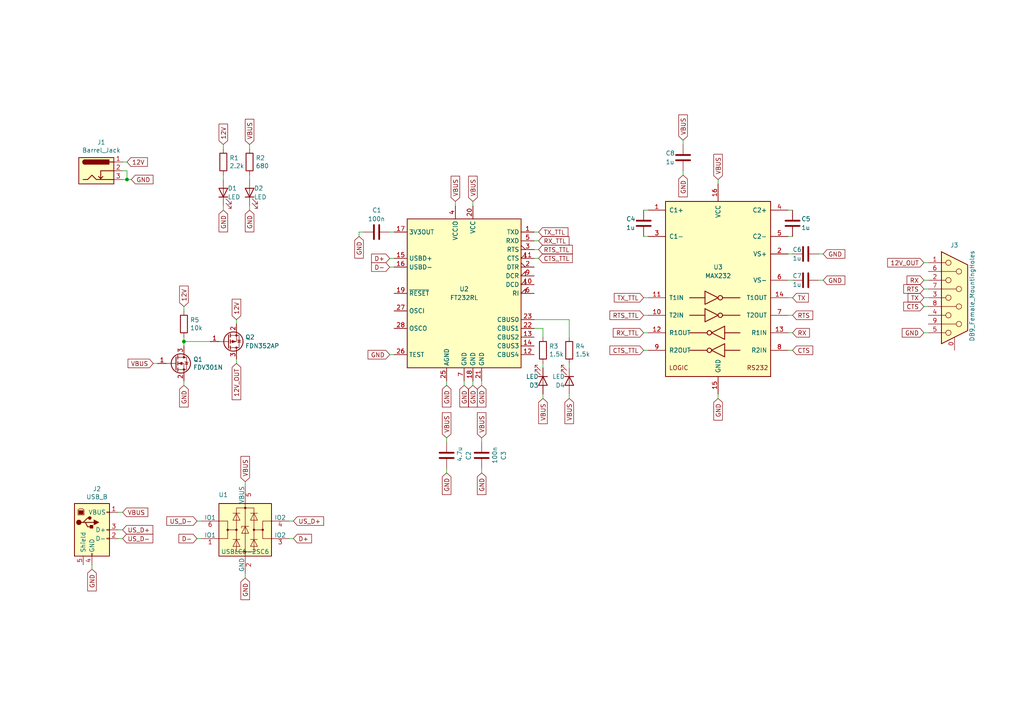
<source format=kicad_sch>
(kicad_sch (version 20211123) (generator eeschema)
  (paper "A4")
  (lib_symbols
    (symbol "Connector:Barrel_Jack_Switch_Pin3Ring" (pin_names hide)
      (property "Reference" "J" (at 0 5.334 0))
      (property "Value" "Barrel_Jack_Switch_Pin3Ring" (at 0 -5.08 0))
      (symbol "Barrel_Jack_Switch_Pin3Ring_0_1"
        (rectangle (start -5.08 3.81) (end 5.08 -3.81) (stroke (width 0.254)) (fill (type background)))
        (arc (start -3.302 3.175) (mid -3.937 2.54) (end -3.302 1.905) (stroke (width 0.254)))
        (arc (start -3.302 3.175) (mid -3.937 2.54) (end -3.302 1.905) (stroke (width 0.254)) (fill (type outline)))
        (polyline (pts (xy 1.27 -2.286) (xy 1.905 -1.651)) (stroke (width 0.254)))
        (polyline (pts (xy 5.08 2.54) (xy 3.81 2.54)) (stroke (width 0.254)))
        (polyline (pts (xy 5.08 0) (xy 1.27 0) (xy 1.27 -2.286) (xy 0.635 -1.651)) (stroke (width 0.254)))
        (polyline (pts (xy -3.81 -2.54) (xy -2.54 -2.54) (xy -1.27 -1.27) (xy 0 -2.54) (xy 2.54 -2.54) (xy 5.08 -2.54)) (stroke (width 0.254)))
        (rectangle (start 3.683 3.175) (end -3.302 1.905) (stroke (width 0.254)) (fill (type outline)))
      )
      (symbol "Barrel_Jack_Switch_Pin3Ring_1_1"
        (pin passive line (at 7.62 2.54 180) (length 2.54) (name "~") (number "1"))
        (pin passive line (at 7.62 0 180) (length 2.54) (name "~") (number "2"))
        (pin passive line (at 7.62 -2.54 180) (length 2.54) (name "~") (number "3"))
      )
    )
    (symbol "Connector:DB9_Female_MountingHoles" (pin_names (offset 1.016) hide)
      (property "Reference" "J" (at 0 16.51 0))
      (property "Value" "DB9_Female_MountingHoles" (at 0 14.605 0))
      (symbol "DB9_Female_MountingHoles_0_1"
        (circle (center -1.778 -10.16) (radius 0.762))
        (circle (center -1.778 -5.08) (radius 0.762))
        (circle (center -1.778 0) (radius 0.762))
        (circle (center -1.778 5.08) (radius 0.762))
        (circle (center -1.778 10.16) (radius 0.762))
        (polyline (pts (xy -3.81 -10.16) (xy -2.54 -10.16)))
        (polyline (pts (xy -3.81 -7.62) (xy 0.508 -7.62)))
        (polyline (pts (xy -3.81 -5.08) (xy -2.54 -5.08)))
        (polyline (pts (xy -3.81 -2.54) (xy 0.508 -2.54)))
        (polyline (pts (xy -3.81 0) (xy -2.54 0)))
        (polyline (pts (xy -3.81 2.54) (xy 0.508 2.54)))
        (polyline (pts (xy -3.81 5.08) (xy -2.54 5.08)))
        (polyline (pts (xy -3.81 7.62) (xy 0.508 7.62)))
        (polyline (pts (xy -3.81 10.16) (xy -2.54 10.16)))
        (polyline (pts (xy -3.81 13.335) (xy -3.81 -13.335) (xy 3.81 -9.525) (xy 3.81 9.525) (xy -3.81 13.335)) (stroke (width 0.254)) (fill (type background)))
        (circle (center 1.27 -7.62) (radius 0.762))
        (circle (center 1.27 -2.54) (radius 0.762))
        (circle (center 1.27 2.54) (radius 0.762))
        (circle (center 1.27 7.62) (radius 0.762))
      )
      (symbol "DB9_Female_MountingHoles_1_1"
        (pin passive line (at 0 -15.24 90) (length 3.81) (name "PAD") (number "0"))
        (pin passive line (at -7.62 10.16 0) (length 3.81) (name "1") (number "1"))
        (pin passive line (at -7.62 5.08 0) (length 3.81) (name "2") (number "2"))
        (pin passive line (at -7.62 0 0) (length 3.81) (name "3") (number "3"))
        (pin passive line (at -7.62 -5.08 0) (length 3.81) (name "4") (number "4"))
        (pin passive line (at -7.62 -10.16 0) (length 3.81) (name "5") (number "5"))
        (pin passive line (at -7.62 7.62 0) (length 3.81) (name "6") (number "6"))
        (pin passive line (at -7.62 2.54 0) (length 3.81) (name "7") (number "7"))
        (pin passive line (at -7.62 -2.54 0) (length 3.81) (name "8") (number "8"))
        (pin passive line (at -7.62 -7.62 0) (length 3.81) (name "9") (number "9"))
      )
    )
    (symbol "Device:C" (pin_numbers hide) (pin_names (offset 0.254))
      (property "Reference" "C" (at 0.635 2.54 0))
      (property "Value" "C" (at 0.635 -2.54 0))
      (symbol "C_0_1"
        (polyline (pts (xy -2.032 -0.762) (xy 2.032 -0.762)) (stroke (width 0.508)))
        (polyline (pts (xy -2.032 0.762) (xy 2.032 0.762)) (stroke (width 0.508)))
      )
      (symbol "C_1_1"
        (pin passive line (at 0 3.81 270) (length 2.794) (name "~") (number "1"))
        (pin passive line (at 0 -3.81 90) (length 2.794) (name "~") (number "2"))
      )
    )
    (symbol "Device:LED" (pin_numbers hide) (pin_names (offset 1.016) hide)
      (property "Reference" "D" (at 0 2.54 0))
      (property "Value" "LED" (at 0 -2.54 0))
      (symbol "LED_0_1"
        (polyline (pts (xy -1.27 -1.27) (xy -1.27 1.27)) (stroke (width 0.254)))
        (polyline (pts (xy -1.27 0) (xy 1.27 0)))
        (polyline (pts (xy 1.27 -1.27) (xy 1.27 1.27) (xy -1.27 0) (xy 1.27 -1.27)) (stroke (width 0.254)))
        (polyline (pts (xy -3.048 -0.762) (xy -4.572 -2.286) (xy -3.81 -2.286) (xy -4.572 -2.286) (xy -4.572 -1.524)))
        (polyline (pts (xy -1.778 -0.762) (xy -3.302 -2.286) (xy -2.54 -2.286) (xy -3.302 -2.286) (xy -3.302 -1.524)))
      )
      (symbol "LED_1_1"
        (pin passive line (at -3.81 0 0) (length 2.54) (name "K") (number "1"))
        (pin passive line (at 3.81 0 180) (length 2.54) (name "A") (number "2"))
      )
    )
    (symbol "Device:Q_NMOS_GSD" (pin_names (offset 0) hide)
      (property "Reference" "Q" (at 5.08 1.27 0))
      (property "Value" "Q_NMOS_GSD" (at 5.08 -1.27 0))
      (symbol "Q_NMOS_GSD_0_1"
        (polyline (pts (xy 0.254 0) (xy -2.54 0)))
        (polyline (pts (xy 0.254 1.905) (xy 0.254 -1.905)) (stroke (width 0.254)))
        (polyline (pts (xy 0.762 -1.27) (xy 0.762 -2.286)) (stroke (width 0.254)))
        (polyline (pts (xy 0.762 0.508) (xy 0.762 -0.508)) (stroke (width 0.254)))
        (polyline (pts (xy 0.762 2.286) (xy 0.762 1.27)) (stroke (width 0.254)))
        (polyline (pts (xy 2.54 2.54) (xy 2.54 1.778)))
        (polyline (pts (xy 2.54 -2.54) (xy 2.54 0) (xy 0.762 0)))
        (polyline (pts (xy 0.762 -1.778) (xy 3.302 -1.778) (xy 3.302 1.778) (xy 0.762 1.778)))
        (polyline (pts (xy 1.016 0) (xy 2.032 0.381) (xy 2.032 -0.381) (xy 1.016 0)) (fill (type outline)))
        (polyline (pts (xy 2.794 0.508) (xy 2.921 0.381) (xy 3.683 0.381) (xy 3.81 0.254)))
        (polyline (pts (xy 3.302 0.381) (xy 2.921 -0.254) (xy 3.683 -0.254) (xy 3.302 0.381)))
        (circle (center 1.651 0) (radius 2.794) (stroke (width 0.254)))
        (circle (center 2.54 -1.778) (radius 0.254) (fill (type outline)))
        (circle (center 2.54 1.778) (radius 0.254) (fill (type outline)))
      )
      (symbol "Q_NMOS_GSD_1_1"
        (pin input line (at -5.08 0 0) (length 2.54) (name "G") (number "1"))
        (pin passive line (at 2.54 -5.08 90) (length 2.54) (name "S") (number "2"))
        (pin passive line (at 2.54 5.08 270) (length 2.54) (name "D") (number "3"))
      )
    )
    (symbol "Device:Q_PMOS_GSD" (pin_names (offset 0) hide)
      (property "Reference" "Q" (at 5.08 1.27 0))
      (property "Value" "Q_PMOS_GSD" (at 5.08 -1.27 0))
      (symbol "Q_PMOS_GSD_0_1"
        (polyline (pts (xy 0.254 0) (xy -2.54 0)))
        (polyline (pts (xy 0.254 1.905) (xy 0.254 -1.905)) (stroke (width 0.254)))
        (polyline (pts (xy 0.762 -1.27) (xy 0.762 -2.286)) (stroke (width 0.254)))
        (polyline (pts (xy 0.762 0.508) (xy 0.762 -0.508)) (stroke (width 0.254)))
        (polyline (pts (xy 0.762 2.286) (xy 0.762 1.27)) (stroke (width 0.254)))
        (polyline (pts (xy 2.54 2.54) (xy 2.54 1.778)))
        (polyline (pts (xy 2.54 -2.54) (xy 2.54 0) (xy 0.762 0)))
        (polyline (pts (xy 0.762 1.778) (xy 3.302 1.778) (xy 3.302 -1.778) (xy 0.762 -1.778)))
        (polyline (pts (xy 2.286 0) (xy 1.27 0.381) (xy 1.27 -0.381) (xy 2.286 0)) (fill (type outline)))
        (polyline (pts (xy 2.794 -0.508) (xy 2.921 -0.381) (xy 3.683 -0.381) (xy 3.81 -0.254)))
        (polyline (pts (xy 3.302 -0.381) (xy 2.921 0.254) (xy 3.683 0.254) (xy 3.302 -0.381)))
        (circle (center 1.651 0) (radius 2.794) (stroke (width 0.254)))
        (circle (center 2.54 -1.778) (radius 0.254) (fill (type outline)))
        (circle (center 2.54 1.778) (radius 0.254) (fill (type outline)))
      )
      (symbol "Q_PMOS_GSD_1_1"
        (pin input line (at -5.08 0 0) (length 2.54) (name "G") (number "1"))
        (pin passive line (at 2.54 -5.08 90) (length 2.54) (name "S") (number "2"))
        (pin passive line (at 2.54 5.08 270) (length 2.54) (name "D") (number "3"))
      )
    )
    (symbol "Device:R" (pin_numbers hide) (pin_names (offset 0))
      (property "Reference" "R" (at 2.032 0 90))
      (property "Value" "R" (at 0 0 90))
      (symbol "R_0_1"
        (rectangle (start -1.016 -2.54) (end 1.016 2.54) (stroke (width 0.254)))
      )
      (symbol "R_1_1"
        (pin passive line (at 0 3.81 270) (length 1.27) (name "~") (number "1"))
        (pin passive line (at 0 -3.81 90) (length 1.27) (name "~") (number "2"))
      )
    )
    (symbol "Interface_UART:MAX232" (pin_names (offset 1.016))
      (property "Reference" "U" (at -2.54 28.575 0))
      (property "Value" "MAX232" (at -2.54 26.67 0))
      (symbol "MAX232_0_0"
        (text "LOGIC" (at -11.43 -22.86 0) (effects (font (size 1.27 1.27))))
        (text "RS232" (at 11.43 -22.86 0) (effects (font (size 1.27 1.27))))
      )
      (symbol "MAX232_0_1"
        (rectangle (start -15.24 -25.4) (end 15.24 25.4) (stroke (width 0.254)) (fill (type background)))
        (circle (center -2.54 -17.78) (radius 0.635) (stroke (width 0.254)))
        (circle (center -2.54 -12.7) (radius 0.635) (stroke (width 0.254)))
        (polyline (pts (xy -3.81 -7.62) (xy -8.255 -7.62)) (stroke (width 0.254)))
        (polyline (pts (xy -3.81 -2.54) (xy -8.255 -2.54)) (stroke (width 0.254)))
        (polyline (pts (xy -3.175 -17.78) (xy -8.255 -17.78)) (stroke (width 0.254)))
        (polyline (pts (xy -3.175 -12.7) (xy -8.255 -12.7)) (stroke (width 0.254)))
        (polyline (pts (xy 1.27 -7.62) (xy 6.35 -7.62)) (stroke (width 0.254)))
        (polyline (pts (xy 1.27 -2.54) (xy 6.35 -2.54)) (stroke (width 0.254)))
        (polyline (pts (xy 1.905 -17.78) (xy 6.35 -17.78)) (stroke (width 0.254)))
        (polyline (pts (xy 1.905 -12.7) (xy 6.35 -12.7)) (stroke (width 0.254)))
        (polyline (pts (xy -3.81 -5.715) (xy -3.81 -9.525) (xy 0 -7.62) (xy -3.81 -5.715)) (stroke (width 0.254)))
        (polyline (pts (xy -3.81 -0.635) (xy -3.81 -4.445) (xy 0 -2.54) (xy -3.81 -0.635)) (stroke (width 0.254)))
        (polyline (pts (xy 1.905 -15.875) (xy 1.905 -19.685) (xy -1.905 -17.78) (xy 1.905 -15.875)) (stroke (width 0.254)))
        (polyline (pts (xy 1.905 -10.795) (xy 1.905 -14.605) (xy -1.905 -12.7) (xy 1.905 -10.795)) (stroke (width 0.254)))
        (circle (center 0.635 -7.62) (radius 0.635) (stroke (width 0.254)))
        (circle (center 0.635 -2.54) (radius 0.635) (stroke (width 0.254)))
      )
      (symbol "MAX232_1_1"
        (pin passive line (at -20.32 22.86 0) (length 5.08) (name "C1+") (number "1"))
        (pin input line (at -20.32 -7.62 0) (length 5.08) (name "T2IN") (number "10"))
        (pin input line (at -20.32 -2.54 0) (length 5.08) (name "T1IN") (number "11"))
        (pin output line (at -20.32 -12.7 0) (length 5.08) (name "R1OUT") (number "12"))
        (pin input line (at 20.32 -12.7 180) (length 5.08) (name "R1IN") (number "13"))
        (pin output line (at 20.32 -2.54 180) (length 5.08) (name "T1OUT") (number "14"))
        (pin power_in line (at 0 -30.48 90) (length 5.08) (name "GND") (number "15"))
        (pin power_in line (at 0 30.48 270) (length 5.08) (name "VCC") (number "16"))
        (pin power_out line (at 20.32 10.16 180) (length 5.08) (name "VS+") (number "2"))
        (pin passive line (at -20.32 15.24 0) (length 5.08) (name "C1-") (number "3"))
        (pin passive line (at 20.32 22.86 180) (length 5.08) (name "C2+") (number "4"))
        (pin passive line (at 20.32 15.24 180) (length 5.08) (name "C2-") (number "5"))
        (pin power_out line (at 20.32 2.54 180) (length 5.08) (name "VS-") (number "6"))
        (pin output line (at 20.32 -7.62 180) (length 5.08) (name "T2OUT") (number "7"))
        (pin input line (at 20.32 -17.78 180) (length 5.08) (name "R2IN") (number "8"))
        (pin output line (at -20.32 -17.78 0) (length 5.08) (name "R2OUT") (number "9"))
      )
    )
    (symbol "Interface_USB:FT232RL"
      (property "Reference" "U" (at -16.51 22.86 0))
      (property "Value" "FT232RL" (at 10.16 22.86 0))
      (symbol "FT232RL_0_1"
        (rectangle (start -16.51 21.59) (end 16.51 -21.59) (stroke (width 0.254)) (fill (type background)))
      )
      (symbol "FT232RL_1_1"
        (pin output line (at 20.32 17.78 180) (length 3.81) (name "TXD") (number "1"))
        (pin input input_low (at 20.32 2.54 180) (length 3.81) (name "DCD") (number "10"))
        (pin input input_low (at 20.32 10.16 180) (length 3.81) (name "CTS") (number "11"))
        (pin bidirectional line (at 20.32 -17.78 180) (length 3.81) (name "CBUS4") (number "12"))
        (pin bidirectional line (at 20.32 -12.7 180) (length 3.81) (name "CBUS2") (number "13"))
        (pin bidirectional line (at 20.32 -15.24 180) (length 3.81) (name "CBUS3") (number "14"))
        (pin bidirectional line (at -20.32 10.16 0) (length 3.81) (name "USBD+") (number "15"))
        (pin bidirectional line (at -20.32 7.62 0) (length 3.81) (name "USBD-") (number "16"))
        (pin power_out line (at -20.32 17.78 0) (length 3.81) (name "3V3OUT") (number "17"))
        (pin power_in line (at 2.54 -25.4 90) (length 3.81) (name "GND") (number "18"))
        (pin input line (at -20.32 0 0) (length 3.81) (name "~{RESET}") (number "19"))
        (pin output output_low (at 20.32 7.62 180) (length 3.81) (name "DTR") (number "2"))
        (pin power_in line (at 2.54 25.4 270) (length 3.81) (name "VCC") (number "20"))
        (pin power_in line (at 5.08 -25.4 90) (length 3.81) (name "GND") (number "21"))
        (pin bidirectional line (at 20.32 -10.16 180) (length 3.81) (name "CBUS1") (number "22"))
        (pin bidirectional line (at 20.32 -7.62 180) (length 3.81) (name "CBUS0") (number "23"))
        (pin power_in line (at -5.08 -25.4 90) (length 3.81) (name "AGND") (number "25"))
        (pin input line (at -20.32 -17.78 0) (length 3.81) (name "TEST") (number "26"))
        (pin input line (at -20.32 -5.08 0) (length 3.81) (name "OSCI") (number "27"))
        (pin output line (at -20.32 -10.16 0) (length 3.81) (name "OSCO") (number "28"))
        (pin output output_low (at 20.32 12.7 180) (length 3.81) (name "RTS") (number "3"))
        (pin power_in line (at -2.54 25.4 270) (length 3.81) (name "VCCIO") (number "4"))
        (pin input line (at 20.32 15.24 180) (length 3.81) (name "RXD") (number "5"))
        (pin input input_low (at 20.32 0 180) (length 3.81) (name "RI") (number "6"))
        (pin power_in line (at 0 -25.4 90) (length 3.81) (name "GND") (number "7"))
        (pin input input_low (at 20.32 5.08 180) (length 3.81) (name "DCR") (number "9"))
      )
    )
    (symbol "Kundendisplay-Adapter-rescue:USBLC6-2SC6-Power_Protection" (pin_names (offset 0))
      (property "Reference" "U" (at 5.08 8.89 0))
      (property "Value" "USBLC6-2SC6-Power_Protection" (at 10.16 -10.16 0))
      (symbol "USBLC6-2SC6-Power_Protection_0_1"
        (rectangle (start -7.62 -7.62) (end 7.62 7.62) (stroke (width 0.254)) (fill (type background)))
        (circle (center -5.08 0) (radius 0.254) (fill (type outline)))
        (circle (center -2.54 0) (radius 0.254) (fill (type outline)))
        (rectangle (start -2.54 6.35) (end 2.54 -6.35))
        (circle (center 0 -6.35) (radius 0.254) (fill (type outline)))
        (polyline (pts (xy -5.08 -2.54) (xy -7.62 -2.54)))
        (polyline (pts (xy -5.08 0) (xy -5.08 -2.54)))
        (polyline (pts (xy -5.08 2.54) (xy -7.62 2.54)))
        (polyline (pts (xy -1.524 -2.794) (xy -3.556 -2.794)))
        (polyline (pts (xy -1.524 4.826) (xy -3.556 4.826)))
        (polyline (pts (xy 0 -7.62) (xy 0 -6.35)))
        (polyline (pts (xy 0 -6.35) (xy 0 1.27)))
        (polyline (pts (xy 0 1.27) (xy 0 6.35)))
        (polyline (pts (xy 0 6.35) (xy 0 7.62)))
        (polyline (pts (xy 1.524 -2.794) (xy 3.556 -2.794)))
        (polyline (pts (xy 1.524 4.826) (xy 3.556 4.826)))
        (polyline (pts (xy 5.08 -2.54) (xy 7.62 -2.54)))
        (polyline (pts (xy 5.08 0) (xy 5.08 -2.54)))
        (polyline (pts (xy 5.08 2.54) (xy 7.62 2.54)))
        (polyline (pts (xy -2.54 0) (xy -5.08 0) (xy -5.08 2.54)))
        (polyline (pts (xy 2.54 0) (xy 5.08 0) (xy 5.08 2.54)))
        (polyline (pts (xy -3.556 -4.826) (xy -1.524 -4.826) (xy -2.54 -2.794) (xy -3.556 -4.826)))
        (polyline (pts (xy -3.556 2.794) (xy -1.524 2.794) (xy -2.54 4.826) (xy -3.556 2.794)))
        (polyline (pts (xy -1.016 -1.016) (xy 1.016 -1.016) (xy 0 1.016) (xy -1.016 -1.016)))
        (polyline (pts (xy 1.016 1.016) (xy 0.762 1.016) (xy -1.016 1.016) (xy -1.016 0.508)))
        (polyline (pts (xy 3.556 -4.826) (xy 1.524 -4.826) (xy 2.54 -2.794) (xy 3.556 -4.826)))
        (polyline (pts (xy 3.556 2.794) (xy 1.524 2.794) (xy 2.54 4.826) (xy 3.556 2.794)))
        (circle (center 0 6.35) (radius 0.254) (fill (type outline)))
        (circle (center 2.54 0) (radius 0.254) (fill (type outline)))
        (circle (center 5.08 0) (radius 0.254) (fill (type outline)))
      )
      (symbol "USBLC6-2SC6-Power_Protection_1_1"
        (pin passive line (at -12.7 -2.54 0) (length 5.08) (name "IO1") (number "1"))
        (pin passive line (at 0 -12.7 90) (length 5.08) (name "GND") (number "2"))
        (pin passive line (at 12.7 -2.54 180) (length 5.08) (name "IO2") (number "3"))
        (pin passive line (at 12.7 2.54 180) (length 5.08) (name "IO2") (number "4"))
        (pin passive line (at 0 12.7 270) (length 5.08) (name "VBUS") (number "5"))
        (pin passive line (at -12.7 2.54 0) (length 5.08) (name "IO1") (number "6"))
      )
    )
    (symbol "Kundendisplay-Adapter-rescue:USB_B-Connector" (pin_names (offset 1.016))
      (property "Reference" "J" (at -5.08 11.43 0))
      (property "Value" "USB_B-Connector" (at -5.08 8.89 0))
      (symbol "USB_B-Connector_0_1"
        (rectangle (start -5.08 -7.62) (end 5.08 7.62) (stroke (width 0.254)) (fill (type background)))
        (circle (center -3.81 2.159) (radius 0.635) (stroke (width 0.254)) (fill (type outline)))
        (rectangle (start -3.81 5.588) (end -2.54 4.572) (fill (type outline)))
        (circle (center -0.635 3.429) (radius 0.381) (stroke (width 0.254)) (fill (type outline)))
        (rectangle (start -0.127 -7.62) (end 0.127 -6.858))
        (polyline (pts (xy -1.905 2.159) (xy 0.635 2.159)) (stroke (width 0.254)))
        (polyline (pts (xy -3.175 2.159) (xy -2.54 2.159) (xy -1.27 3.429) (xy -0.635 3.429)) (stroke (width 0.254)))
        (polyline (pts (xy -2.54 2.159) (xy -1.905 2.159) (xy -1.27 0.889) (xy 0 0.889)) (stroke (width 0.254)))
        (polyline (pts (xy 0.635 2.794) (xy 0.635 1.524) (xy 1.905 2.159) (xy 0.635 2.794)) (stroke (width 0.254)) (fill (type outline)))
        (polyline (pts (xy -4.064 4.318) (xy -2.286 4.318) (xy -2.286 5.715) (xy -2.667 6.096) (xy -3.683 6.096) (xy -4.064 5.715) (xy -4.064 4.318)))
        (rectangle (start 0.254 1.27) (end -0.508 0.508) (stroke (width 0.254)) (fill (type outline)))
        (rectangle (start 5.08 -2.667) (end 4.318 -2.413))
        (rectangle (start 5.08 -0.127) (end 4.318 0.127))
        (rectangle (start 5.08 4.953) (end 4.318 5.207))
      )
      (symbol "USB_B-Connector_1_1"
        (pin power_out line (at 7.62 5.08 180) (length 2.54) (name "VBUS") (number "1"))
        (pin passive line (at 7.62 -2.54 180) (length 2.54) (name "D-") (number "2"))
        (pin passive line (at 7.62 0 180) (length 2.54) (name "D+") (number "3"))
        (pin power_out line (at 0 -10.16 90) (length 2.54) (name "GND") (number "4"))
        (pin passive line (at -2.54 -10.16 90) (length 2.54) (name "Shield") (number "5"))
      )
    )
  )
  (junction (at 36.83 52.07))
  (junction (at 53.34 99.06))
  (wire (pts (xy 154.94 92.71) (xy 165.1 92.71)))
  (wire (pts (xy 64.77 50.8) (xy 64.77 52.07)))
  (wire (pts (xy 165.1 114.3) (xy 165.1 115.57)))
  (wire (pts (xy 113.03 67.31) (xy 114.3 67.31)))
  (wire (pts (xy 104.14 68.58) (xy 104.14 67.31)))
  (wire (pts (xy 113.03 77.47) (xy 114.3 77.47)))
  (wire (pts (xy 237.49 81.28) (xy 238.76 81.28)))
  (wire (pts (xy 57.15 151.13) (xy 58.42 151.13)))
  (wire (pts (xy 267.97 86.36) (xy 269.24 86.36)))
  (wire (pts (xy 139.7 135.89) (xy 139.7 137.16)))
  (wire (pts (xy 53.34 99.06) (xy 60.96 99.06)))
  (wire (pts (xy 186.69 68.58) (xy 187.96 68.58)))
  (wire (pts (xy 71.12 166.37) (xy 71.12 167.64)))
  (wire (pts (xy 228.6 91.44) (xy 229.87 91.44)))
  (wire (pts (xy 267.97 83.82) (xy 269.24 83.82)))
  (wire (pts (xy 228.6 73.66) (xy 229.87 73.66)))
  (wire (pts (xy 53.34 99.06) (xy 53.34 100.33)))
  (wire (pts (xy 35.56 52.07) (xy 36.83 52.07)))
  (wire (pts (xy 137.16 58.42) (xy 137.16 59.69)))
  (wire (pts (xy 267.97 76.2) (xy 269.24 76.2)))
  (wire (pts (xy 72.39 59.69) (xy 72.39 60.96)))
  (wire (pts (xy 132.08 58.42) (xy 132.08 59.69)))
  (wire (pts (xy 198.12 49.53) (xy 198.12 50.8)))
  (wire (pts (xy 228.6 101.6) (xy 229.87 101.6)))
  (wire (pts (xy 267.97 88.9) (xy 269.24 88.9)))
  (wire (pts (xy 129.54 127) (xy 129.54 128.27)))
  (wire (pts (xy 267.97 96.52) (xy 269.24 96.52)))
  (wire (pts (xy 186.69 60.96) (xy 187.96 60.96)))
  (wire (pts (xy 165.1 92.71) (xy 165.1 97.79)))
  (wire (pts (xy 208.28 114.3) (xy 208.28 115.57)))
  (wire (pts (xy 137.16 110.49) (xy 137.16 111.76)))
  (wire (pts (xy 208.28 52.07) (xy 208.28 53.34)))
  (wire (pts (xy 228.6 60.96) (xy 229.87 60.96)))
  (wire (pts (xy 154.94 95.25) (xy 157.48 95.25)))
  (wire (pts (xy 228.6 86.36) (xy 229.87 86.36)))
  (wire (pts (xy 57.15 156.21) (xy 58.42 156.21)))
  (wire (pts (xy 157.48 95.25) (xy 157.48 97.79)))
  (wire (pts (xy 83.82 151.13) (xy 85.09 151.13)))
  (wire (pts (xy 134.62 110.49) (xy 134.62 111.76)))
  (wire (pts (xy 113.03 102.87) (xy 114.3 102.87)))
  (wire (pts (xy 154.94 69.85) (xy 156.21 69.85)))
  (wire (pts (xy 35.56 49.53) (xy 36.83 49.53)))
  (wire (pts (xy 44.45 105.41) (xy 45.72 105.41)))
  (wire (pts (xy 53.34 97.79) (xy 53.34 99.06)))
  (wire (pts (xy 129.54 135.89) (xy 129.54 137.16)))
  (wire (pts (xy 36.83 49.53) (xy 36.83 52.07)))
  (wire (pts (xy 186.69 101.6) (xy 187.96 101.6)))
  (wire (pts (xy 198.12 40.64) (xy 198.12 41.91)))
  (wire (pts (xy 71.12 139.7) (xy 71.12 140.97)))
  (wire (pts (xy 165.1 105.41) (xy 165.1 106.68)))
  (wire (pts (xy 139.7 110.49) (xy 139.7 111.76)))
  (wire (pts (xy 186.69 91.44) (xy 187.96 91.44)))
  (wire (pts (xy 139.7 127) (xy 139.7 128.27)))
  (wire (pts (xy 34.29 156.21) (xy 35.56 156.21)))
  (wire (pts (xy 157.48 114.3) (xy 157.48 115.57)))
  (wire (pts (xy 53.34 88.9) (xy 53.34 90.17)))
  (wire (pts (xy 129.54 110.49) (xy 129.54 111.76)))
  (wire (pts (xy 26.67 163.83) (xy 26.67 165.1)))
  (wire (pts (xy 68.58 104.14) (xy 68.58 105.41)))
  (wire (pts (xy 36.83 52.07) (xy 38.1 52.07)))
  (wire (pts (xy 104.14 67.31) (xy 105.41 67.31)))
  (wire (pts (xy 154.94 72.39) (xy 156.21 72.39)))
  (wire (pts (xy 228.6 68.58) (xy 229.87 68.58)))
  (wire (pts (xy 72.39 41.91) (xy 72.39 43.18)))
  (wire (pts (xy 64.77 59.69) (xy 64.77 60.96)))
  (wire (pts (xy 72.39 50.8) (xy 72.39 52.07)))
  (wire (pts (xy 267.97 81.28) (xy 269.24 81.28)))
  (wire (pts (xy 68.58 92.71) (xy 68.58 93.98)))
  (wire (pts (xy 113.03 74.93) (xy 114.3 74.93)))
  (wire (pts (xy 35.56 46.99) (xy 36.83 46.99)))
  (wire (pts (xy 237.49 73.66) (xy 238.76 73.66)))
  (wire (pts (xy 83.82 156.21) (xy 85.09 156.21)))
  (wire (pts (xy 34.29 153.67) (xy 35.56 153.67)))
  (wire (pts (xy 186.69 86.36) (xy 187.96 86.36)))
  (wire (pts (xy 157.48 105.41) (xy 157.48 106.68)))
  (wire (pts (xy 34.29 148.59) (xy 35.56 148.59)))
  (wire (pts (xy 53.34 110.49) (xy 53.34 111.76)))
  (wire (pts (xy 186.69 96.52) (xy 187.96 96.52)))
  (wire (pts (xy 229.87 96.52) (xy 228.6 96.52)))
  (wire (pts (xy 228.6 81.28) (xy 229.87 81.28)))
  (wire (pts (xy 154.94 74.93) (xy 156.21 74.93)))
  (wire (pts (xy 154.94 67.31) (xy 156.21 67.31)))
  (wire (pts (xy 64.77 41.91) (xy 64.77 43.18)))
  (global_label "RX_TTL" (shape input) (at 156.21 69.85 0) (property "Intersheet References" "${INTERSHEET_REFS}" (effects hide)))
  (global_label "12V" (shape input) (at 68.58 92.71 90) (property "Intersheet References" "${INTERSHEET_REFS}" (effects hide)))
  (global_label "GND" (shape input) (at 139.7 137.16 270) (property "Intersheet References" "${INTERSHEET_REFS}" (effects hide)))
  (global_label "GND" (shape input) (at 129.54 137.16 270) (property "Intersheet References" "${INTERSHEET_REFS}" (effects hide)))
  (global_label "GND" (shape input) (at 267.97 96.52 180) (property "Intersheet References" "${INTERSHEET_REFS}" (effects hide)))
  (global_label "GND" (shape input) (at 208.28 115.57 270) (property "Intersheet References" "${INTERSHEET_REFS}" (effects hide)))
  (global_label "TX" (shape input) (at 267.97 86.36 180) (property "Intersheet References" "${INTERSHEET_REFS}" (effects hide)))
  (global_label "GND" (shape input) (at 38.1 52.07 0) (property "Intersheet References" "${INTERSHEET_REFS}" (effects hide)))
  (global_label "US_D+" (shape input) (at 85.09 151.13 0) (property "Intersheet References" "${INTERSHEET_REFS}" (effects hide)))
  (global_label "VBUS" (shape input) (at 44.45 105.41 180) (property "Intersheet References" "${INTERSHEET_REFS}" (effects hide)))
  (global_label "VBUS" (shape input) (at 157.48 115.57 270) (property "Intersheet References" "${INTERSHEET_REFS}" (effects hide)))
  (global_label "12V_OUT" (shape input) (at 68.58 105.41 270) (property "Intersheet References" "${INTERSHEET_REFS}" (effects hide)))
  (global_label "US_D-" (shape input) (at 35.56 156.21 0) (property "Intersheet References" "${INTERSHEET_REFS}" (effects hide)))
  (global_label "VBUS" (shape input) (at 165.1 115.57 270) (property "Intersheet References" "${INTERSHEET_REFS}" (effects hide)))
  (global_label "VBUS" (shape input) (at 129.54 127 90) (property "Intersheet References" "${INTERSHEET_REFS}" (effects hide)))
  (global_label "VBUS" (shape input) (at 132.08 58.42 90) (property "Intersheet References" "${INTERSHEET_REFS}" (effects hide)))
  (global_label "RTS_TTL" (shape input) (at 156.21 72.39 0) (property "Intersheet References" "${INTERSHEET_REFS}" (effects hide)))
  (global_label "GND" (shape input) (at 113.03 102.87 180) (property "Intersheet References" "${INTERSHEET_REFS}" (effects hide)))
  (global_label "D-" (shape input) (at 113.03 77.47 180) (property "Intersheet References" "${INTERSHEET_REFS}" (effects hide)))
  (global_label "RTS" (shape input) (at 229.87 91.44 0) (property "Intersheet References" "${INTERSHEET_REFS}" (effects hide)))
  (global_label "D-" (shape input) (at 57.15 156.21 180) (property "Intersheet References" "${INTERSHEET_REFS}" (effects hide)))
  (global_label "VBUS" (shape input) (at 137.16 58.42 90) (property "Intersheet References" "${INTERSHEET_REFS}" (effects hide)))
  (global_label "TX_TTL" (shape input) (at 186.69 86.36 180) (property "Intersheet References" "${INTERSHEET_REFS}" (effects hide)))
  (global_label "VBUS" (shape input) (at 35.56 148.59 0) (property "Intersheet References" "${INTERSHEET_REFS}" (effects hide)))
  (global_label "GND" (shape input) (at 238.76 81.28 0) (property "Intersheet References" "${INTERSHEET_REFS}" (effects hide)))
  (global_label "D+" (shape input) (at 85.09 156.21 0) (property "Intersheet References" "${INTERSHEET_REFS}" (effects hide)))
  (global_label "VBUS" (shape input) (at 198.12 40.64 90) (property "Intersheet References" "${INTERSHEET_REFS}" (effects hide)))
  (global_label "RTS" (shape input) (at 267.97 83.82 180) (property "Intersheet References" "${INTERSHEET_REFS}" (effects hide)))
  (global_label "GND" (shape input) (at 64.77 60.96 270) (property "Intersheet References" "${INTERSHEET_REFS}" (effects hide)))
  (global_label "RX" (shape input) (at 229.87 96.52 0) (property "Intersheet References" "${INTERSHEET_REFS}" (effects hide)))
  (global_label "RX_TTL" (shape input) (at 186.69 96.52 180) (property "Intersheet References" "${INTERSHEET_REFS}" (effects hide)))
  (global_label "GND" (shape input) (at 72.39 60.96 270) (property "Intersheet References" "${INTERSHEET_REFS}" (effects hide)))
  (global_label "TX" (shape input) (at 229.87 86.36 0) (property "Intersheet References" "${INTERSHEET_REFS}" (effects hide)))
  (global_label "GND" (shape input) (at 26.67 165.1 270) (property "Intersheet References" "${INTERSHEET_REFS}" (effects hide)))
  (global_label "12V" (shape input) (at 36.83 46.99 0) (property "Intersheet References" "${INTERSHEET_REFS}" (effects hide)))
  (global_label "GND" (shape input) (at 134.62 111.76 270) (property "Intersheet References" "${INTERSHEET_REFS}" (effects hide)))
  (global_label "CTS_TTL" (shape input) (at 186.69 101.6 180) (property "Intersheet References" "${INTERSHEET_REFS}" (effects hide)))
  (global_label "US_D+" (shape input) (at 35.56 153.67 0) (property "Intersheet References" "${INTERSHEET_REFS}" (effects hide)))
  (global_label "CTS" (shape input) (at 267.97 88.9 180) (property "Intersheet References" "${INTERSHEET_REFS}" (effects hide)))
  (global_label "TX_TTL" (shape input) (at 156.21 67.31 0) (property "Intersheet References" "${INTERSHEET_REFS}" (effects hide)))
  (global_label "RX" (shape input) (at 267.97 81.28 180) (property "Intersheet References" "${INTERSHEET_REFS}" (effects hide)))
  (global_label "12V" (shape input) (at 64.77 41.91 90) (property "Intersheet References" "${INTERSHEET_REFS}" (effects hide)))
  (global_label "GND" (shape input) (at 129.54 111.76 270) (property "Intersheet References" "${INTERSHEET_REFS}" (effects hide)))
  (global_label "GND" (shape input) (at 71.12 167.64 270) (property "Intersheet References" "${INTERSHEET_REFS}" (effects hide)))
  (global_label "VBUS" (shape input) (at 71.12 139.7 90) (property "Intersheet References" "${INTERSHEET_REFS}" (effects hide)))
  (global_label "GND" (shape input) (at 238.76 73.66 0) (property "Intersheet References" "${INTERSHEET_REFS}" (effects hide)))
  (global_label "CTS" (shape input) (at 229.87 101.6 0) (property "Intersheet References" "${INTERSHEET_REFS}" (effects hide)))
  (global_label "VBUS" (shape input) (at 208.28 52.07 90) (property "Intersheet References" "${INTERSHEET_REFS}" (effects hide)))
  (global_label "GND" (shape input) (at 53.34 111.76 270) (property "Intersheet References" "${INTERSHEET_REFS}" (effects hide)))
  (global_label "CTS_TTL" (shape input) (at 156.21 74.93 0) (property "Intersheet References" "${INTERSHEET_REFS}" (effects hide)))
  (global_label "GND" (shape input) (at 137.16 111.76 270) (property "Intersheet References" "${INTERSHEET_REFS}" (effects hide)))
  (global_label "GND" (shape input) (at 198.12 50.8 270) (property "Intersheet References" "${INTERSHEET_REFS}" (effects hide)))
  (global_label "GND" (shape input) (at 139.7 111.76 270) (property "Intersheet References" "${INTERSHEET_REFS}" (effects hide)))
  (global_label "RTS_TTL" (shape input) (at 186.69 91.44 180) (property "Intersheet References" "${INTERSHEET_REFS}" (effects hide)))
  (global_label "US_D-" (shape input) (at 57.15 151.13 180) (property "Intersheet References" "${INTERSHEET_REFS}" (effects hide)))
  (global_label "VBUS" (shape input) (at 72.39 41.91 90) (property "Intersheet References" "${INTERSHEET_REFS}" (effects hide)))
  (global_label "VBUS" (shape input) (at 139.7 127 90) (property "Intersheet References" "${INTERSHEET_REFS}" (effects hide)))
  (global_label "D+" (shape input) (at 113.03 74.93 180) (property "Intersheet References" "${INTERSHEET_REFS}" (effects hide)))
  (global_label "12V_OUT" (shape input) (at 267.97 76.2 180) (property "Intersheet References" "${INTERSHEET_REFS}" (effects hide)))
  (global_label "GND" (shape input) (at 104.14 68.58 270) (property "Intersheet References" "${INTERSHEET_REFS}" (effects hide)))
  (global_label "12V" (shape input) (at 53.34 88.9 90) (property "Intersheet References" "${INTERSHEET_REFS}" (effects hide)))
  (symbol (lib_id "Connector:Barrel_Jack_Switch_Pin3Ring") (at 27.94 49.53 0) (unit 1)
    (property "Reference" "J1" (at 29.3878 41.275 0))
    (property "Value" "Barrel_Jack" (at 29.3878 43.5864 0))
    (property "Footprint" "w_conn_misc:dc_socket" (effects hide))
  )
  (symbol (lib_id "Kundendisplay-Adapter-rescue:USB_B-Connector") (at 26.67 153.67 0) (unit 1)
    (property "Reference" "J2" (at 28.1178 141.8082 0))
    (property "Value" "USB_B" (at 28.1178 144.1196 0))
    (property "Footprint" "Custom:USB_B" (effects hide))
    (property "Datasheet" " ~" (effects hide))
  )
  (symbol (lib_id "Connector:DB9_Female_MountingHoles") (at 276.86 86.36 0) (unit 1)
    (property "Reference" "J3" (at 275.59 71.12 0) (effects (justify left)))
    (property "Value" "DB9_Female_MountingHoles" (at 281.94 99.06 90) (effects (justify left)))
    (property "Footprint" "w_conn_d-sub:DB_9F" (effects hide))
    (property "Datasheet" " ~" (effects hide))
  )
  (symbol (lib_id "Interface_UART:MAX232") (at 208.28 83.82 0) (unit 1)
    (property "Reference" "U3" (at 208.28 77.47 0))
    (property "Value" "MAX232" (at 208.28 80.01 0))
    (property "Footprint" "Housings_SOIC:SOIC-16W_7.5x10.3mm_Pitch1.27mm" (effects hide))
    (property "Datasheet" "http://www.ti.com/lit/ds/symlink/max232.pdf" (effects hide))
  )
  (symbol (lib_id "Interface_USB:FT232RL") (at 134.62 85.09 0) (unit 1)
    (property "Reference" "U2" (at 134.62 83.82 0))
    (property "Value" "FT232RL" (at 134.62 86.36 0))
    (property "Footprint" "Housings_SSOP:SSOP-28_5.3x10.2mm_Pitch0.65mm" (effects hide))
    (property "Datasheet" "http://www.ftdichip.com/Products/ICs/FT232RL.htm" (effects hide))
  )
  (symbol (lib_id "Kundendisplay-Adapter-rescue:USBLC6-2SC6-Power_Protection") (at 71.12 153.67 0) (unit 1)
    (property "Reference" "U1" (at 64.77 143.51 0))
    (property "Value" "USBLC6-2SC6" (at 71.12 160.02 0))
    (property "Footprint" "TO_SOT_Packages_SMD:SOT-23-6" (effects hide))
    (property "Datasheet" "http://www2.st.com/resource/en/datasheet/CD00050750.pdf" (effects hide))
  )
  (symbol (lib_id "Device:C") (at 186.69 64.77 0) (unit 1)
    (property "Reference" "C4" (at 181.61 63.5 0) (effects (justify left)))
    (property "Value" "1u" (at 181.61 66.04 0) (effects (justify left)))
    (property "Footprint" "Capacitors_SMD:C_0805" (effects hide))
  )
  (symbol (lib_id "Device:C") (at 229.87 64.77 0) (unit 1)
    (property "Reference" "C5" (at 232.41 63.5 0) (effects (justify left)))
    (property "Value" "1u" (at 232.41 66.04 0) (effects (justify left)))
    (property "Footprint" "Capacitors_SMD:C_0805" (effects hide))
  )
  (symbol (lib_id "Device:C") (at 233.68 73.66 270) (unit 1)
    (property "Reference" "C6" (at 229.87 72.39 90) (effects (justify left)))
    (property "Value" "1u" (at 229.87 74.93 90) (effects (justify left)))
    (property "Footprint" "Capacitors_SMD:C_0805" (effects hide))
  )
  (symbol (lib_id "Device:C") (at 233.68 81.28 270) (unit 1)
    (property "Reference" "C7" (at 229.87 80.01 90) (effects (justify left)))
    (property "Value" "1u" (at 229.87 82.55 90) (effects (justify left)))
    (property "Footprint" "Capacitors_SMD:C_0805" (effects hide))
  )
  (symbol (lib_id "Device:C") (at 109.22 67.31 270) (unit 1)
    (property "Reference" "C1" (at 107.95 60.96 90) (effects (justify left)))
    (property "Value" "100n" (at 106.68 63.5 90) (effects (justify left)))
    (property "Footprint" "Capacitors_SMD:C_0805" (effects hide))
  )
  (symbol (lib_id "Device:C") (at 139.7 132.08 180) (unit 1)
    (property "Reference" "C3" (at 146.05 130.81 90) (effects (justify left)))
    (property "Value" "100n" (at 143.51 129.54 90) (effects (justify left)))
    (property "Footprint" "Capacitors_SMD:C_0805" (effects hide))
  )
  (symbol (lib_id "Device:C") (at 129.54 132.08 180) (unit 1)
    (property "Reference" "C2" (at 135.89 130.81 90) (effects (justify left)))
    (property "Value" "4.7u" (at 133.35 129.54 90) (effects (justify left)))
    (property "Footprint" "Capacitors_SMD:C_0805" (effects hide))
  )
  (symbol (lib_id "Device:LED") (at 157.48 110.49 270) (unit 1)
    (property "Reference" "D3" (at 156.21 111.76 90) (effects (justify right)))
    (property "Value" "LED" (at 156.21 109.22 90) (effects (justify right)))
    (property "Footprint" "LEDs:LED_D1.8mm_W3.3mm_H2.4mm" (effects hide))
  )
  (symbol (lib_id "Device:R") (at 157.48 101.6 0) (unit 1)
    (property "Reference" "R3" (at 159.258 100.4316 0) (effects (justify left)))
    (property "Value" "1.5k" (at 159.258 102.743 0) (effects (justify left)))
    (property "Footprint" "Resistors_SMD:R_0805" (effects hide))
  )
  (symbol (lib_id "Device:R") (at 165.1 101.6 0) (unit 1)
    (property "Reference" "R4" (at 166.878 100.4316 0) (effects (justify left)))
    (property "Value" "1.5k" (at 166.878 102.743 0) (effects (justify left)))
    (property "Footprint" "Resistors_SMD:R_0805" (effects hide))
  )
  (symbol (lib_id "Device:LED") (at 165.1 110.49 270) (unit 1)
    (property "Reference" "D4" (at 163.83 111.76 90) (effects (justify right)))
    (property "Value" "LED" (at 163.83 109.22 90) (effects (justify right)))
    (property "Footprint" "LEDs:LED_D1.8mm_W3.3mm_H2.4mm" (effects hide))
  )
  (symbol (lib_id "Device:LED") (at 64.77 55.88 90) (unit 1)
    (property "Reference" "D1" (at 66.04 54.61 90) (effects (justify right)))
    (property "Value" "LED" (at 66.04 57.15 90) (effects (justify right)))
    (property "Footprint" "LEDs:LED_D1.8mm_W3.3mm_H2.4mm" (effects hide))
  )
  (symbol (lib_id "Device:LED") (at 72.39 55.88 90) (unit 1)
    (property "Reference" "D2" (at 73.66 54.61 90) (effects (justify right)))
    (property "Value" "LED" (at 73.66 57.15 90) (effects (justify right)))
    (property "Footprint" "LEDs:LED_D1.8mm_W3.3mm_H2.4mm" (effects hide))
  )
  (symbol (lib_id "Device:R") (at 64.77 46.99 0) (unit 1)
    (property "Reference" "R1" (at 66.548 45.8216 0) (effects (justify left)))
    (property "Value" "2.2k" (at 66.548 48.133 0) (effects (justify left)))
    (property "Footprint" "Resistors_SMD:R_0805" (effects hide))
  )
  (symbol (lib_id "Device:R") (at 72.39 46.99 0) (unit 1)
    (property "Reference" "R2" (at 74.168 45.8216 0) (effects (justify left)))
    (property "Value" "680" (at 74.168 48.133 0) (effects (justify left)))
    (property "Footprint" "Resistors_SMD:R_0805" (effects hide))
  )
  (symbol (lib_id "Device:Q_NMOS_GSD") (at 50.8 105.41 0) (unit 1)
    (property "Reference" "Q1" (at 56.0324 104.2416 0) (effects (justify left)))
    (property "Value" "FDV301N" (at 56.0324 106.553 0) (effects (justify left)))
    (property "Footprint" "TO_SOT_Packages_SMD:SOT-23" (effects hide))
  )
  (symbol (lib_id "Device:R") (at 53.34 93.98 0) (unit 1)
    (property "Reference" "R5" (at 55.118 92.8116 0) (effects (justify left)))
    (property "Value" "10k" (at 55.118 95.123 0) (effects (justify left)))
    (property "Footprint" "Resistors_SMD:R_0805" (effects hide))
  )
  (symbol (lib_id "Device:Q_PMOS_GSD") (at 66.04 99.06 0) (mirror x) (unit 1)
    (property "Reference" "Q2" (at 71.12 97.79 0) (effects (justify left)))
    (property "Value" "FDN352AP" (at 71.12 100.33 0) (effects (justify left)))
    (property "Footprint" "TO_SOT_Packages_SMD:SOT-23" (effects hide))
  )
  (symbol (lib_id "Device:C") (at 198.12 45.72 0) (unit 1)
    (property "Reference" "C8" (at 193.04 44.45 0) (effects (justify left)))
    (property "Value" "1u" (at 193.04 46.99 0) (effects (justify left)))
    (property "Footprint" "Capacitors_SMD:C_0805" (effects hide))
  )
)
</source>
